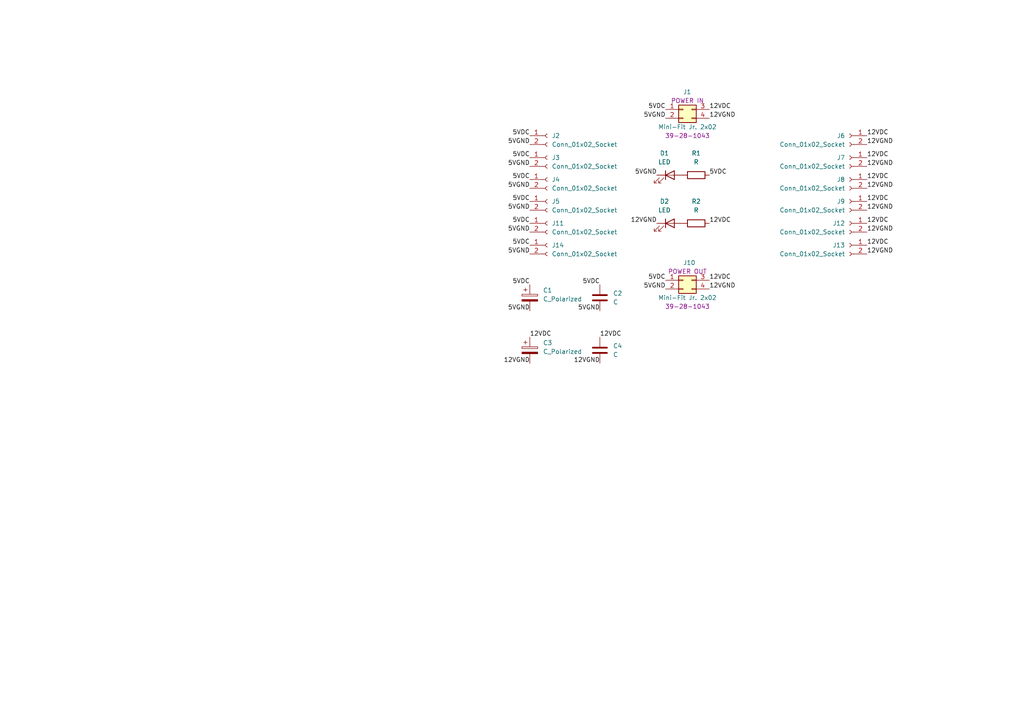
<source format=kicad_sch>
(kicad_sch (version 20250114) (generator "eeschema") (generator_version "9.0")
  (paper "A4")
  (lib_symbols
    (symbol "Connector:Conn_01x02_Socket" (pin_names (offset 1.016) (hide yes))
      (property "Reference" "J" (at 0 2.54 0))
      (property "Value" "Conn_01x02_Socket" (at 0 -5.08 0))
      (symbol "Conn_01x02_Socket_1_1"
        (polyline (pts (xy -1.27 0) (xy -0.508 0)) (stroke (width 0.1524)))
        (polyline (pts (xy -1.27 -2.54) (xy -0.508 -2.54)) (stroke (width 0.1524)))
        (arc (start 0 -0.508) (mid -0.5058 0) (end 0 0.508) (stroke (width 0.1524)))
        (arc (start 0 -3.048) (mid -0.5058 -2.54) (end 0 -2.032) (stroke (width 0.1524)))
        (pin passive line (at -5.08 0 0) (length 3.81) (name "Pin_1") (number "1"))
        (pin passive line (at -5.08 -2.54 0) (length 3.81) (name "Pin_2") (number "2"))
      )
    )
    (symbol "Device:C" (pin_numbers (hide yes)) (pin_names (offset 0.254))
      (property "Reference" "C" (at 0.635 2.54 0))
      (property "Value" "C" (at 0.635 -2.54 0))
      (symbol "C_0_1"
        (polyline (pts (xy -2.032 0.762) (xy 2.032 0.762)) (stroke (width 0.508)))
        (polyline (pts (xy -2.032 -0.762) (xy 2.032 -0.762)) (stroke (width 0.508)))
      )
      (symbol "C_1_1"
        (pin passive line (at 0 3.81 270) (length 2.794) (name "~") (number "1"))
        (pin passive line (at 0 -3.81 90) (length 2.794) (name "~") (number "2"))
      )
    )
    (symbol "Device:C_Polarized" (pin_numbers (hide yes)) (pin_names (offset 0.254))
      (property "Reference" "C" (at 0.635 2.54 0))
      (property "Value" "C_Polarized" (at 0.635 -2.54 0))
      (symbol "C_Polarized_0_1"
        (rectangle (start -2.286 0.508) (end 2.286 1.016))
        (polyline (pts (xy -1.778 2.286) (xy -0.762 2.286)))
        (polyline (pts (xy -1.27 2.794) (xy -1.27 1.778)))
        (rectangle (start 2.286 -0.508) (end -2.286 -1.016) (fill (type outline)))
      )
      (symbol "C_Polarized_1_1"
        (pin passive line (at 0 3.81 270) (length 2.794) (name "~") (number "1"))
        (pin passive line (at 0 -3.81 90) (length 2.794) (name "~") (number "2"))
      )
    )
    (symbol "Device:LED" (pin_numbers (hide yes)) (pin_names (offset 1.016) (hide yes))
      (property "Reference" "D" (at 0 2.54 0))
      (property "Value" "LED" (at 0 -2.54 0))
      (symbol "LED_0_1"
        (polyline (pts (xy -3.048 -0.762) (xy -4.572 -2.286) (xy -3.81 -2.286) (xy -4.572 -2.286) (xy -4.572 -1.524)))
        (polyline (pts (xy -1.778 -0.762) (xy -3.302 -2.286) (xy -2.54 -2.286) (xy -3.302 -2.286) (xy -3.302 -1.524)))
        (polyline (pts (xy -1.27 0) (xy 1.27 0)))
        (polyline (pts (xy -1.27 -1.27) (xy -1.27 1.27)) (stroke (width 0.254)))
        (polyline (pts (xy 1.27 -1.27) (xy 1.27 1.27) (xy -1.27 0) (xy 1.27 -1.27)) (stroke (width 0.254)))
      )
      (symbol "LED_1_1"
        (pin passive line (at -3.81 0 0) (length 2.54) (name "K") (number "1"))
        (pin passive line (at 3.81 0 180) (length 2.54) (name "A") (number "2"))
      )
    )
    (symbol "Device:R" (pin_numbers (hide yes)) (pin_names (offset 0))
      (property "Reference" "R" (at 2.032 0 90))
      (property "Value" "R" (at 0 0 90))
      (symbol "R_0_1"
        (rectangle (start -1.016 -2.54) (end 1.016 2.54) (stroke (width 0.254)))
      )
      (symbol "R_1_1"
        (pin passive line (at 0 3.81 270) (length 1.27) (name "~") (number "1"))
        (pin passive line (at 0 -3.81 90) (length 1.27) (name "~") (number "2"))
      )
    )
    (symbol "OH_Symbols:Molex_Mini-Fit_Jr._2x02" (pin_names (offset 1.016) (hide yes))
      (property "Reference" "J2" (at 0 5.08 0))
      (property "Value" "Mini-Fit Jr. 2x02" (at 1.27 -5.08 0))
      (property "Manufacturer PN" "39-28-1043" (at 1.27 -7.62 0))
      (property "Silkscreen" "BL OUT" (at 1.27 2.54 0))
      (symbol "Molex_Mini-Fit_Jr._2x02_1_1"
        (rectangle (start -1.27 1.27) (end 3.81 -3.81) (stroke (width 0.254)) (fill (type background)))
        (rectangle (start -1.27 0.127) (end 0 -0.127) (stroke (width 0.1524)))
        (rectangle (start -1.27 -2.413) (end 0 -2.667) (stroke (width 0.1524)))
        (rectangle (start 3.81 0.127) (end 2.54 -0.127) (stroke (width 0.1524)))
        (rectangle (start 3.81 -2.413) (end 2.54 -2.667) (stroke (width 0.1524)))
        (pin passive line (at -5.08 0 0) (length 3.81) (name "Pin_1") (number "1"))
        (pin passive line (at -5.08 -2.54 0) (length 3.81) (name "Pin_3") (number "2"))
        (pin passive line (at 7.62 0 180) (length 3.81) (name "Pin_2") (number "3"))
        (pin passive line (at 7.62 -2.54 180) (length 3.81) (name "Pin_4") (number "4"))
      )
    )
  )
  (label "5VDC" (at 193.04 31.75 180))
  (label "5VDC" (at 153.67 58.42 180))
  (label "12VDC" (at 173.99 97.79 0))
  (label "5VDC" (at 193.04 81.28 180))
  (label "5VDC" (at 153.67 82.55 180))
  (label "12VGND" (at 205.74 83.82 0))
  (label "5VGND" (at 153.67 60.96 180))
  (label "12VDC" (at 251.46 52.07 0))
  (label "5VGND" (at 153.67 90.17 180))
  (label "12VGND" (at 251.46 60.96 0))
  (label "12VGND" (at 205.74 34.29 0))
  (label "12VDC" (at 251.46 71.12 0))
  (label "5VDC" (at 153.67 45.72 180))
  (label "5VDC" (at 205.74 50.8 0))
  (label "5VGND" (at 153.67 67.31 180))
  (label "12VDC" (at 251.46 39.37 0))
  (label "12VGND" (at 251.46 48.26 0))
  (label "5VGND" (at 153.67 54.61 180))
  (label "5VDC" (at 153.67 39.37 180))
  (label "12VDC" (at 153.67 97.79 0))
  (label "12VGND" (at 251.46 67.31 0))
  (label "12VGND" (at 153.67 105.41 180))
  (label "5VDC" (at 153.67 64.77 180))
  (label "5VGND" (at 153.67 41.91 180))
  (label "12VDC" (at 251.46 45.72 0))
  (label "5VGND" (at 153.67 48.26 180))
  (label "5VDC" (at 153.67 52.07 180))
  (label "12VGND" (at 190.5 64.77 180))
  (label "5VGND" (at 190.5 50.8 180))
  (label "12VDC" (at 205.74 81.28 0))
  (label "5VGND" (at 193.04 34.29 180))
  (label "5VGND" (at 153.67 73.66 180))
  (label "5VGND" (at 193.04 83.82 180))
  (label "5VDC" (at 173.99 82.55 180))
  (label "12VDC" (at 251.46 58.42 0))
  (label "5VDC" (at 153.67 71.12 180))
  (label "12VGND" (at 251.46 54.61 0))
  (label "12VGND" (at 251.46 41.91 0))
  (label "12VGND" (at 251.46 73.66 0))
  (label "12VDC" (at 205.74 64.77 0))
  (label "5VGND" (at 173.99 90.17 180))
  (label "12VGND" (at 173.99 105.41 180))
  (label "12VDC" (at 205.74 31.75 0))
  (label "12VDC" (at 251.46 64.77 0))
  (symbol (lib_id "Connector:Conn_01x02_Socket") (at 246.38 64.77 0) (mirror y) (unit 1)
    (property "Reference" "J12" (at 245.11 64.7699 0) (effects (justify left)))
    (property "Value" "Conn_01x02_Socket" (at 245.11 67.3099 0) (effects (justify left)))
    (property "Footprint" "Connector_BarrelJack:BarrelJack_Horizontal" (effects (hide yes)))
    (property "Description" "Generic connector, single row, 01x02, script generated" (effects (hide yes)))
  )
  (symbol (lib_id "Connector:Conn_01x02_Socket") (at 246.38 39.37 0) (mirror y) (unit 1)
    (property "Reference" "J6" (at 245.11 39.3699 0) (effects (justify left)))
    (property "Value" "Conn_01x02_Socket" (at 245.11 41.9099 0) (effects (justify left)))
    (property "Footprint" "Connector_BarrelJack:BarrelJack_Horizontal" (effects (hide yes)))
    (property "Description" "Generic connector, single row, 01x02, script generated" (effects (hide yes)))
  )
  (symbol (lib_id "Connector:Conn_01x02_Socket") (at 158.75 71.12 0) (unit 1)
    (property "Reference" "J14" (at 160.02 71.1199 0) (effects (justify left)))
    (property "Value" "Conn_01x02_Socket" (at 160.02 73.6599 0) (effects (justify left)))
    (property "Footprint" "Connector_BarrelJack:BarrelJack_Horizontal" (effects (hide yes)))
    (property "Description" "Generic connector, single row, 01x02, script generated" (effects (hide yes)))
  )
  (symbol (lib_id "Connector:Conn_01x02_Socket") (at 158.75 39.37 0) (unit 1)
    (property "Reference" "J2" (at 160.02 39.3699 0) (effects (justify left)))
    (property "Value" "Conn_01x02_Socket" (at 160.02 41.9099 0) (effects (justify left)))
    (property "Footprint" "Connector_BarrelJack:BarrelJack_Horizontal" (effects (hide yes)))
    (property "Description" "Generic connector, single row, 01x02, script generated" (effects (hide yes)))
  )
  (symbol (lib_id "OH_Symbols:Molex_Mini-Fit_Jr._2x02") (at 198.12 81.28 0) (unit 1)
    (property "Reference" "J10" (at 198.12 76.2 0) (effects (justify left)))
    (property "Value" "Mini-Fit Jr. 2x02" (at 199.39 86.36 0))
    (property "Footprint" "Connector_Molex:Molex_Mini-Fit_Jr_5566-04A_2x02_P4.20mm_Vertical" (effects (hide yes)))
    (property "Datasheet" "https://www.molex.com/molex/search/partSearch?query=39281043&pQuery=" (effects (hide yes)))
    (property "LCSC" "C293502" (effects (hide yes)))
    (property "Manufacturer PN" "39-28-1043" (at 199.39 88.9 0))
    (property "Silkscreen" "POWER OUT" (at 199.39 78.74 0))
  )
  (symbol (lib_id "Connector:Conn_01x02_Socket") (at 158.75 52.07 0) (unit 1)
    (property "Reference" "J4" (at 160.02 52.0699 0) (effects (justify left)))
    (property "Value" "Conn_01x02_Socket" (at 160.02 54.6099 0) (effects (justify left)))
    (property "Footprint" "Connector_BarrelJack:BarrelJack_Horizontal" (effects (hide yes)))
    (property "Description" "Generic connector, single row, 01x02, script generated" (effects (hide yes)))
  )
  (symbol (lib_id "Connector:Conn_01x02_Socket") (at 246.38 58.42 0) (mirror y) (unit 1)
    (property "Reference" "J9" (at 245.11 58.4199 0) (effects (justify left)))
    (property "Value" "Conn_01x02_Socket" (at 245.11 60.9599 0) (effects (justify left)))
    (property "Footprint" "Connector_BarrelJack:BarrelJack_Horizontal" (effects (hide yes)))
    (property "Description" "Generic connector, single row, 01x02, script generated" (effects (hide yes)))
  )
  (symbol (lib_id "Connector:Conn_01x02_Socket") (at 158.75 45.72 0) (unit 1)
    (property "Reference" "J3" (at 160.02 45.7199 0) (effects (justify left)))
    (property "Value" "Conn_01x02_Socket" (at 160.02 48.2599 0) (effects (justify left)))
    (property "Footprint" "Connector_BarrelJack:BarrelJack_Horizontal" (effects (hide yes)))
    (property "Description" "Generic connector, single row, 01x02, script generated" (effects (hide yes)))
  )
  (symbol (lib_id "Device:LED") (at 194.31 50.8 0) (unit 1)
    (property "Reference" "D1" (at 192.7225 44.45 0))
    (property "Value" "LED" (at 192.7225 46.99 0))
    (property "Footprint" "LED_THT:LED_D3.0mm" (effects (hide yes)))
    (property "Description" "Light emitting diode" (effects (hide yes)))
  )
  (symbol (lib_id "Device:C_Polarized") (at 153.67 86.36 0) (unit 1)
    (property "Reference" "C1" (at 157.48 84.2009 0) (effects (justify left)))
    (property "Value" "C_Polarized" (at 157.48 86.7409 0) (effects (justify left)))
    (property "Footprint" "Capacitor_THT:CP_Radial_D6.3mm_P2.50mm" (effects (hide yes)))
    (property "Description" "Polarized capacitor" (effects (hide yes)))
  )
  (symbol (lib_id "Device:R") (at 201.93 50.8 90) (unit 1)
    (property "Reference" "R1" (at 201.93 44.45 90))
    (property "Value" "R" (at 201.93 46.99 90))
    (property "Footprint" "Resistor_THT:R_Axial_DIN0204_L3.6mm_D1.6mm_P5.08mm_Horizontal" (effects (hide yes)))
    (property "Description" "Resistor" (effects (hide yes)))
  )
  (symbol (lib_id "Connector:Conn_01x02_Socket") (at 246.38 71.12 0) (mirror y) (unit 1)
    (property "Reference" "J13" (at 245.11 71.1199 0) (effects (justify left)))
    (property "Value" "Conn_01x02_Socket" (at 245.11 73.6599 0) (effects (justify left)))
    (property "Footprint" "Connector_BarrelJack:BarrelJack_Horizontal" (effects (hide yes)))
    (property "Description" "Generic connector, single row, 01x02, script generated" (effects (hide yes)))
  )
  (symbol (lib_id "Device:C_Polarized") (at 153.67 101.6 0) (unit 1)
    (property "Reference" "C3" (at 157.48 99.4409 0) (effects (justify left)))
    (property "Value" "C_Polarized" (at 157.48 101.9809 0) (effects (justify left)))
    (property "Footprint" "Capacitor_THT:CP_Radial_D6.3mm_P2.50mm" (effects (hide yes)))
    (property "Description" "Polarized capacitor" (effects (hide yes)))
  )
  (symbol (lib_id "Connector:Conn_01x02_Socket") (at 246.38 45.72 0) (mirror y) (unit 1)
    (property "Reference" "J7" (at 245.11 45.7199 0) (effects (justify left)))
    (property "Value" "Conn_01x02_Socket" (at 245.11 48.2599 0) (effects (justify left)))
    (property "Footprint" "Connector_BarrelJack:BarrelJack_Horizontal" (effects (hide yes)))
    (property "Description" "Generic connector, single row, 01x02, script generated" (effects (hide yes)))
  )
  (symbol (lib_id "Device:C") (at 173.99 86.36 0) (unit 1)
    (property "Reference" "C2" (at 177.8 85.0899 0) (effects (justify left)))
    (property "Value" "C" (at 177.8 87.6299 0) (effects (justify left)))
    (property "Footprint" "Capacitor_THT:C_Disc_D5.0mm_W2.5mm_P2.50mm" (effects (hide yes)))
    (property "Description" "Unpolarized capacitor" (effects (hide yes)))
  )
  (symbol (lib_id "Connector:Conn_01x02_Socket") (at 158.75 64.77 0) (unit 1)
    (property "Reference" "J11" (at 160.02 64.7699 0) (effects (justify left)))
    (property "Value" "Conn_01x02_Socket" (at 160.02 67.3099 0) (effects (justify left)))
    (property "Footprint" "Connector_BarrelJack:BarrelJack_Horizontal" (effects (hide yes)))
    (property "Description" "Generic connector, single row, 01x02, script generated" (effects (hide yes)))
  )
  (symbol (lib_id "Device:C") (at 173.99 101.6 0) (unit 1)
    (property "Reference" "C4" (at 177.8 100.3299 0) (effects (justify left)))
    (property "Value" "C" (at 177.8 102.8699 0) (effects (justify left)))
    (property "Footprint" "Capacitor_THT:C_Disc_D5.0mm_W2.5mm_P2.50mm" (effects (hide yes)))
    (property "Description" "Unpolarized capacitor" (effects (hide yes)))
  )
  (symbol (lib_id "Device:LED") (at 194.31 64.77 0) (unit 1)
    (property "Reference" "D2" (at 192.7225 58.42 0))
    (property "Value" "LED" (at 192.7225 60.96 0))
    (property "Footprint" "LED_THT:LED_D3.0mm" (effects (hide yes)))
    (property "Description" "Light emitting diode" (effects (hide yes)))
  )
  (symbol (lib_id "OH_Symbols:Molex_Mini-Fit_Jr._2x02") (at 198.12 31.75 0) (unit 1)
    (property "Reference" "J1" (at 198.12 26.67 0) (effects (justify left)))
    (property "Value" "Mini-Fit Jr. 2x02" (at 199.39 36.83 0))
    (property "Footprint" "Connector_Molex:Molex_Mini-Fit_Jr_5566-04A_2x02_P4.20mm_Vertical" (effects (hide yes)))
    (property "Datasheet" "https://www.molex.com/molex/search/partSearch?query=39281043&pQuery=" (effects (hide yes)))
    (property "LCSC" "C293502" (effects (hide yes)))
    (property "Manufacturer PN" "39-28-1043" (at 199.39 39.37 0))
    (property "Silkscreen" "POWER IN" (at 199.39 29.21 0))
  )
  (symbol (lib_id "Connector:Conn_01x02_Socket") (at 246.38 52.07 0) (mirror y) (unit 1)
    (property "Reference" "J8" (at 245.11 52.0699 0) (effects (justify left)))
    (property "Value" "Conn_01x02_Socket" (at 245.11 54.6099 0) (effects (justify left)))
    (property "Footprint" "Connector_BarrelJack:BarrelJack_Horizontal" (effects (hide yes)))
    (property "Description" "Generic connector, single row, 01x02, script generated" (effects (hide yes)))
  )
  (symbol (lib_id "Connector:Conn_01x02_Socket") (at 158.75 58.42 0) (unit 1)
    (property "Reference" "J5" (at 160.02 58.4199 0) (effects (justify left)))
    (property "Value" "Conn_01x02_Socket" (at 160.02 60.9599 0) (effects (justify left)))
    (property "Footprint" "Connector_BarrelJack:BarrelJack_Horizontal" (effects (hide yes)))
    (property "Description" "Generic connector, single row, 01x02, script generated" (effects (hide yes)))
  )
  (symbol (lib_id "Device:R") (at 201.93 64.77 90) (unit 1)
    (property "Reference" "R2" (at 201.93 58.42 90))
    (property "Value" "R" (at 201.93 60.96 90))
    (property "Footprint" "Resistor_THT:R_Axial_DIN0204_L3.6mm_D1.6mm_P5.08mm_Horizontal" (effects (hide yes)))
    (property "Description" "Resistor" (effects (hide yes)))
  )
)
</source>
